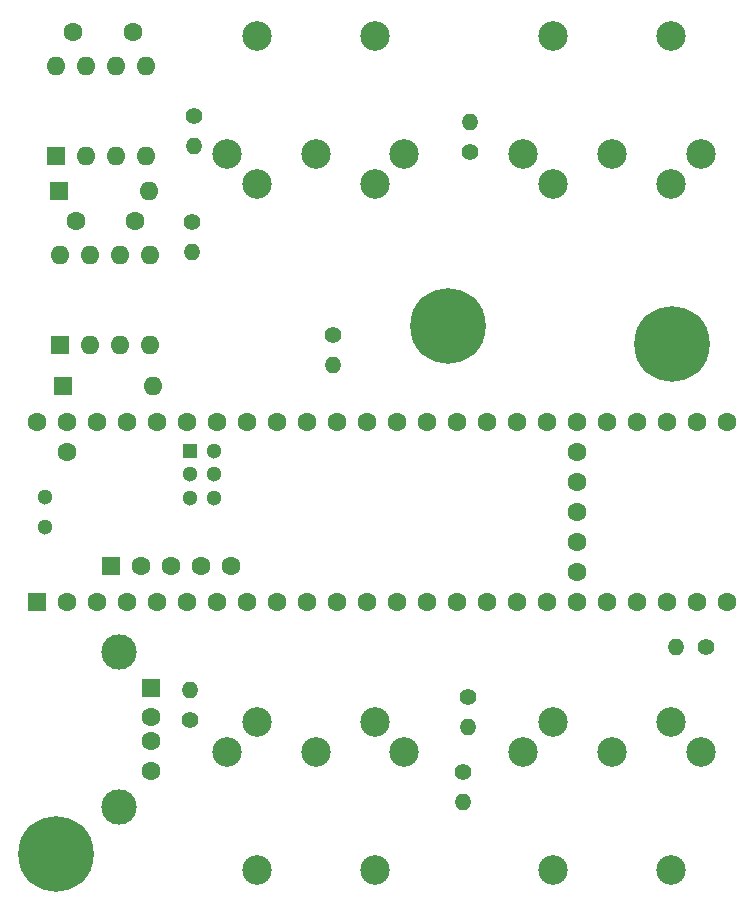
<source format=gbr>
%TF.GenerationSoftware,KiCad,Pcbnew,(6.0.10)*%
%TF.CreationDate,2023-04-08T10:37:49-05:00*%
%TF.ProjectId,AkaiFireSequener,416b6169-4669-4726-9553-657175656e65,rev?*%
%TF.SameCoordinates,Original*%
%TF.FileFunction,Soldermask,Bot*%
%TF.FilePolarity,Negative*%
%FSLAX46Y46*%
G04 Gerber Fmt 4.6, Leading zero omitted, Abs format (unit mm)*
G04 Created by KiCad (PCBNEW (6.0.10)) date 2023-04-08 10:37:49*
%MOMM*%
%LPD*%
G01*
G04 APERTURE LIST*
%ADD10C,1.600000*%
%ADD11R,1.600000X1.600000*%
%ADD12R,1.300000X1.300000*%
%ADD13C,1.300000*%
%ADD14C,2.499360*%
%ADD15C,3.000000*%
%ADD16C,6.400000*%
%ADD17O,1.600000X1.600000*%
%ADD18C,1.400000*%
%ADD19O,1.400000X1.400000*%
G04 APERTURE END LIST*
D10*
%TO.C,U1*%
X91230000Y-114620000D03*
X105149200Y-124269200D03*
X102609200Y-124269200D03*
X100069200Y-124269200D03*
X97529200Y-124269200D03*
D11*
X94989200Y-124269200D03*
D10*
X88690000Y-112080000D03*
X91230000Y-112080000D03*
X93770000Y-112080000D03*
X96310000Y-112080000D03*
X98850000Y-112080000D03*
X101390000Y-112080000D03*
X103930000Y-112080000D03*
X106470000Y-112080000D03*
X109010000Y-112080000D03*
X111550000Y-112080000D03*
X114090000Y-112080000D03*
X116630000Y-112080000D03*
X119170000Y-112080000D03*
X121710000Y-112080000D03*
D11*
X88690000Y-127320000D03*
D10*
X91230000Y-127320000D03*
X93770000Y-127320000D03*
X96310000Y-127320000D03*
X98850000Y-127320000D03*
X101390000Y-127320000D03*
X103930000Y-127320000D03*
X106470000Y-127320000D03*
X109010000Y-127320000D03*
X111550000Y-127320000D03*
X114090000Y-127320000D03*
X116630000Y-127320000D03*
X119170000Y-127320000D03*
X124250000Y-112080000D03*
X126790000Y-112080000D03*
X129330000Y-112080000D03*
X131870000Y-112080000D03*
X134410000Y-112080000D03*
X136950000Y-112080000D03*
X139490000Y-112080000D03*
X142030000Y-112080000D03*
X144570000Y-112080000D03*
X147110000Y-112080000D03*
X147110000Y-127320000D03*
X144570000Y-127320000D03*
X142030000Y-127320000D03*
X139490000Y-127320000D03*
X121710000Y-127320000D03*
X124250000Y-127320000D03*
X126790000Y-127320000D03*
X136950000Y-127320000D03*
X134410000Y-127320000D03*
X131870000Y-127320000D03*
X129330000Y-127320000D03*
D12*
X101660000Y-114518400D03*
D13*
X103660000Y-114518400D03*
X101660000Y-116518400D03*
X103660000Y-116518400D03*
X103660000Y-118518400D03*
X101660000Y-118518400D03*
D10*
X134410000Y-124780000D03*
X134410000Y-122240000D03*
X134410000Y-119700000D03*
X134410000Y-117160000D03*
X134410000Y-114620000D03*
D13*
X89420000Y-120970000D03*
X89420000Y-118430000D03*
%TD*%
D14*
%TO.C,J5*%
X144898080Y-89397200D03*
X132403820Y-91899100D03*
X137400000Y-89399740D03*
X129901920Y-89397200D03*
X142396180Y-91899100D03*
X132398740Y-79402300D03*
X142401260Y-79402300D03*
%TD*%
%TO.C,J4*%
X119798080Y-89397200D03*
X107303820Y-91899100D03*
X112300000Y-89399740D03*
X104801920Y-89397200D03*
X117296180Y-91899100D03*
X107298740Y-79402300D03*
X117301260Y-79402300D03*
%TD*%
D11*
%TO.C,J1*%
X98390000Y-134600000D03*
D10*
X98390000Y-137100000D03*
X98390000Y-139100000D03*
X98390000Y-141600000D03*
D15*
X95680000Y-131530000D03*
X95680000Y-144670000D03*
%TD*%
D16*
%TO.C,H1*%
X123500000Y-104000000D03*
%TD*%
%TO.C,H4*%
X90300000Y-148700000D03*
%TD*%
%TO.C,H1*%
X142500000Y-105500000D03*
%TD*%
D10*
%TO.C,C2*%
X91800000Y-79100000D03*
X96800000Y-79100000D03*
%TD*%
%TO.C,C1*%
X92000000Y-95100000D03*
X97000000Y-95100000D03*
%TD*%
D17*
%TO.C,U3*%
X90300000Y-81980000D03*
X92840000Y-81980000D03*
X95380000Y-81980000D03*
X97920000Y-81980000D03*
X97920000Y-89600000D03*
X95380000Y-89600000D03*
X92840000Y-89600000D03*
D11*
X90300000Y-89600000D03*
%TD*%
%TO.C,U2*%
X90700000Y-105600000D03*
D17*
X93240000Y-105600000D03*
X95780000Y-105600000D03*
X98320000Y-105600000D03*
X98320000Y-97980000D03*
X95780000Y-97980000D03*
X93240000Y-97980000D03*
X90700000Y-97980000D03*
%TD*%
D18*
%TO.C,R8*%
X102000000Y-86180000D03*
D19*
X102000000Y-88720000D03*
%TD*%
D18*
%TO.C,R7*%
X101800000Y-95180000D03*
D19*
X101800000Y-97720000D03*
%TD*%
D18*
%TO.C,R6*%
X113800000Y-104680000D03*
D19*
X113800000Y-107220000D03*
%TD*%
D18*
%TO.C,R5*%
X125400000Y-89220000D03*
D19*
X125400000Y-86680000D03*
%TD*%
D11*
%TO.C,D2*%
X90890000Y-109000000D03*
D17*
X98510000Y-109000000D03*
%TD*%
D11*
%TO.C,D1*%
X90590000Y-92500000D03*
D17*
X98210000Y-92500000D03*
%TD*%
D18*
%TO.C,R4*%
X145320000Y-131100000D03*
D19*
X142780000Y-131100000D03*
%TD*%
D18*
%TO.C,R3*%
X124800000Y-141680000D03*
D19*
X124800000Y-144220000D03*
%TD*%
D18*
%TO.C,R2*%
X125200000Y-135380000D03*
D19*
X125200000Y-137920000D03*
%TD*%
%TO.C,R1*%
X101700000Y-134780000D03*
D18*
X101700000Y-137320000D03*
%TD*%
D14*
%TO.C,J3*%
X129901920Y-140002800D03*
X142396180Y-137500900D03*
X137400000Y-140000260D03*
X144898080Y-140002800D03*
X132403820Y-137500900D03*
X142401260Y-149997700D03*
X132398740Y-149997700D03*
%TD*%
%TO.C,J2*%
X107298740Y-149997700D03*
X117301260Y-149997700D03*
X107303820Y-137500900D03*
X119798080Y-140002800D03*
X112300000Y-140000260D03*
X117296180Y-137500900D03*
X104801920Y-140002800D03*
%TD*%
M02*

</source>
